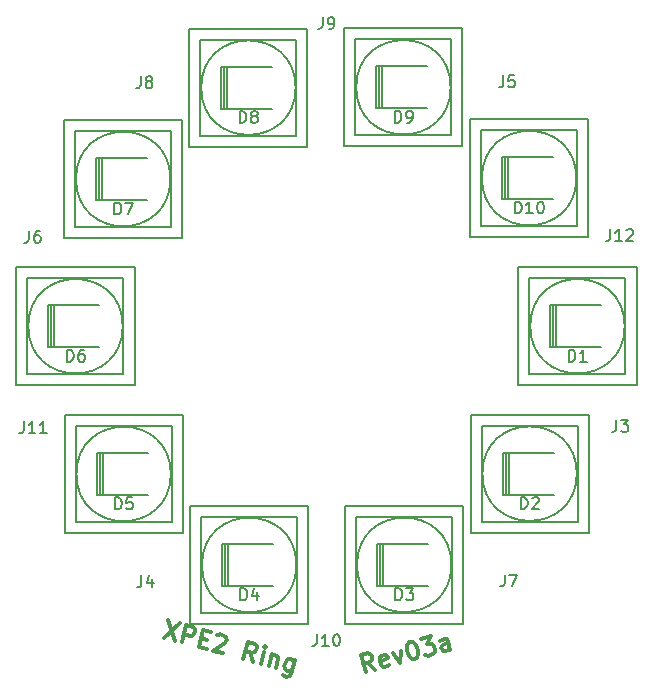
<source format=gbr>
G04 #@! TF.GenerationSoftware,KiCad,Pcbnew,(5.0.2)-1*
G04 #@! TF.CreationDate,2020-03-10T14:07:47-07:00*
G04 #@! TF.ProjectId,ring_illuminator,72696e67-5f69-46c6-9c75-6d696e61746f,rev?*
G04 #@! TF.SameCoordinates,Original*
G04 #@! TF.FileFunction,Legend,Top*
G04 #@! TF.FilePolarity,Positive*
%FSLAX46Y46*%
G04 Gerber Fmt 4.6, Leading zero omitted, Abs format (unit mm)*
G04 Created by KiCad (PCBNEW (5.0.2)-1) date 3/10/2020 2:07:47 PM*
%MOMM*%
%LPD*%
G01*
G04 APERTURE LIST*
%ADD10C,0.300000*%
%ADD11C,0.150000*%
G04 APERTURE END LIST*
D10*
X4146839Y-29080932D02*
X3479005Y-28520395D01*
X3318902Y-29302777D02*
X2930674Y-27853888D01*
X3482631Y-27705992D01*
X3639108Y-27738012D01*
X3726590Y-27788520D01*
X3832558Y-27908022D01*
X3888020Y-28115006D01*
X3855999Y-28271483D01*
X3805491Y-28358965D01*
X3685989Y-28464933D01*
X3134031Y-28612830D01*
X5301261Y-28697657D02*
X5181759Y-28803626D01*
X4905780Y-28877574D01*
X4749304Y-28845554D01*
X4643335Y-28726051D01*
X4495438Y-28174094D01*
X4527459Y-28017617D01*
X4646961Y-27911649D01*
X4922940Y-27837700D01*
X5079417Y-27869721D01*
X5185385Y-27989223D01*
X5222360Y-28127212D01*
X4569387Y-28450073D01*
X5612887Y-27652829D02*
X6216680Y-28526320D01*
X6302834Y-27467959D01*
X7001361Y-26763151D02*
X7139350Y-26726177D01*
X7295827Y-26758197D01*
X7383309Y-26808705D01*
X7489278Y-26928207D01*
X7632221Y-27185699D01*
X7724656Y-27530673D01*
X7729610Y-27825138D01*
X7697589Y-27981615D01*
X7647081Y-28069097D01*
X7527579Y-28175065D01*
X7389590Y-28212040D01*
X7233113Y-28180019D01*
X7145631Y-28129511D01*
X7039663Y-28010009D01*
X6896720Y-27752517D01*
X6804284Y-27407544D01*
X6799331Y-27113078D01*
X6831351Y-26956602D01*
X6881859Y-26869120D01*
X7001361Y-26763151D01*
X7967287Y-26504332D02*
X8864218Y-26264000D01*
X8529152Y-26945367D01*
X8736136Y-26889906D01*
X8892612Y-26921926D01*
X8980094Y-26972434D01*
X9086063Y-27091936D01*
X9178498Y-27436910D01*
X9146478Y-27593386D01*
X9095970Y-27680868D01*
X8976468Y-27786837D01*
X8562500Y-27897759D01*
X8406023Y-27865739D01*
X8318541Y-27815231D01*
X10494351Y-27380121D02*
X10290993Y-26621180D01*
X10185025Y-26501677D01*
X10028548Y-26469657D01*
X9752569Y-26543605D01*
X9633067Y-26649574D01*
X10475864Y-27311127D02*
X10356362Y-27417095D01*
X10011388Y-27509531D01*
X9854912Y-27477510D01*
X9748943Y-27358008D01*
X9711969Y-27220019D01*
X9743989Y-27063542D01*
X9863492Y-26957573D01*
X10208465Y-26865138D01*
X10327968Y-26759169D01*
X-13400477Y-24914838D02*
X-12822780Y-26622546D01*
X-12434551Y-25173657D02*
X-13788706Y-26363727D01*
X-12270822Y-26770442D02*
X-11882593Y-25321554D01*
X-11330636Y-25469450D01*
X-11211134Y-25575419D01*
X-11160626Y-25662901D01*
X-11128605Y-25819377D01*
X-11184067Y-26026361D01*
X-11290035Y-26145864D01*
X-11377517Y-26196371D01*
X-11533994Y-26228392D01*
X-12085951Y-26080495D01*
X-10618576Y-26399729D02*
X-10135613Y-26529139D01*
X-10131986Y-27343542D02*
X-10821933Y-27158671D01*
X-10433705Y-25709782D01*
X-9743758Y-25894653D01*
X-9228774Y-26180539D02*
X-9141292Y-26130031D01*
X-8984816Y-26098011D01*
X-8639843Y-26190446D01*
X-8520340Y-26296415D01*
X-8469833Y-26383897D01*
X-8437812Y-26540373D01*
X-8474786Y-26678363D01*
X-8599242Y-26866860D01*
X-9649023Y-27472951D01*
X-8752092Y-27713283D01*
X-6199288Y-28397305D02*
X-6497380Y-27577948D01*
X-7027225Y-28175460D02*
X-6638996Y-26726571D01*
X-6087039Y-26874468D01*
X-5967536Y-26980437D01*
X-5917029Y-27067919D01*
X-5885008Y-27224395D01*
X-5940469Y-27431379D01*
X-6046438Y-27550881D01*
X-6133920Y-27601389D01*
X-6290396Y-27633410D01*
X-6842354Y-27485513D01*
X-5578336Y-28563689D02*
X-5319517Y-27597763D01*
X-5190107Y-27114800D02*
X-5277589Y-27165308D01*
X-5227082Y-27252789D01*
X-5139600Y-27202282D01*
X-5190107Y-27114800D01*
X-5227082Y-27252789D01*
X-4629570Y-27782634D02*
X-4888389Y-28748559D01*
X-4666544Y-27920623D02*
X-4579062Y-27870115D01*
X-4422586Y-27838095D01*
X-4215602Y-27893556D01*
X-4096099Y-27999525D01*
X-4064079Y-28156001D01*
X-4267437Y-28914943D01*
X-2697718Y-28300272D02*
X-3011999Y-29473182D01*
X-3117967Y-29592684D01*
X-3205449Y-29643192D01*
X-3361926Y-29675212D01*
X-3568910Y-29619751D01*
X-3688412Y-29513782D01*
X-2938050Y-29197203D02*
X-3094527Y-29229223D01*
X-3370506Y-29155275D01*
X-3490008Y-29049306D01*
X-3540515Y-28961824D01*
X-3572536Y-28805348D01*
X-3461614Y-28391380D01*
X-3355645Y-28271877D01*
X-3268163Y-28221370D01*
X-3111686Y-28189349D01*
X-2835708Y-28263297D01*
X-2716205Y-28369266D01*
D11*
G04 #@! TO.C,D4*
X-1547000Y-15216000D02*
X-1547000Y-25216000D01*
X-11547000Y-25216000D02*
X-11547000Y-15216000D01*
X-11547000Y-25216000D02*
X-1547000Y-25216000D01*
X-11547000Y-15216000D02*
X-1547000Y-15216000D01*
X-10611000Y-24280000D02*
X-10611000Y-16152000D01*
X-2483000Y-24280000D02*
X-10611000Y-24280000D01*
X-2483000Y-16152000D02*
X-2483000Y-24280000D01*
X-10611000Y-16152000D02*
X-2483000Y-16152000D01*
X-2547000Y-20216000D02*
G75*
G03X-2547000Y-20216000I-4000000J0D01*
G01*
X-8579000Y-21994000D02*
X-8579000Y-18438000D01*
X-8833000Y-21994000D02*
X-8325000Y-21994000D01*
X-8833000Y-18438000D02*
X-8833000Y-21994000D01*
X-8325000Y-18438000D02*
X-8833000Y-18438000D01*
X-8325000Y-18438000D02*
X-8325000Y-21994000D01*
X-4515000Y-21994000D02*
X-8325000Y-21994000D01*
X-8325000Y-18438000D02*
X-4515000Y-18438000D01*
G04 #@! TO.C,D9*
X11515000Y25227000D02*
X11515000Y15227000D01*
X1515000Y15227000D02*
X1515000Y25227000D01*
X1515000Y15227000D02*
X11515000Y15227000D01*
X1515000Y25227000D02*
X11515000Y25227000D01*
X2451000Y16163000D02*
X2451000Y24291000D01*
X10579000Y16163000D02*
X2451000Y16163000D01*
X10579000Y24291000D02*
X10579000Y16163000D01*
X2451000Y24291000D02*
X10579000Y24291000D01*
X10515000Y20227000D02*
G75*
G03X10515000Y20227000I-4000000J0D01*
G01*
X4483000Y18449000D02*
X4483000Y22005000D01*
X4229000Y18449000D02*
X4737000Y18449000D01*
X4229000Y22005000D02*
X4229000Y18449000D01*
X4737000Y22005000D02*
X4229000Y22005000D01*
X4737000Y22005000D02*
X4737000Y18449000D01*
X8547000Y18449000D02*
X4737000Y18449000D01*
X4737000Y22005000D02*
X8547000Y22005000D01*
G04 #@! TO.C,D8*
X-1612000Y25195000D02*
X-1612000Y15195000D01*
X-11612000Y15195000D02*
X-11612000Y25195000D01*
X-11612000Y15195000D02*
X-1612000Y15195000D01*
X-11612000Y25195000D02*
X-1612000Y25195000D01*
X-10676000Y16131000D02*
X-10676000Y24259000D01*
X-2548000Y16131000D02*
X-10676000Y16131000D01*
X-2548000Y24259000D02*
X-2548000Y16131000D01*
X-10676000Y24259000D02*
X-2548000Y24259000D01*
X-2612000Y20195000D02*
G75*
G03X-2612000Y20195000I-4000000J0D01*
G01*
X-8644000Y18417000D02*
X-8644000Y21973000D01*
X-8898000Y18417000D02*
X-8390000Y18417000D01*
X-8898000Y21973000D02*
X-8898000Y18417000D01*
X-8390000Y21973000D02*
X-8898000Y21973000D01*
X-8390000Y21973000D02*
X-8390000Y18417000D01*
X-4580000Y18417000D02*
X-8390000Y18417000D01*
X-8390000Y21973000D02*
X-4580000Y21973000D01*
G04 #@! TO.C,D3*
X11579000Y-15206000D02*
X11579000Y-25206000D01*
X1579000Y-25206000D02*
X1579000Y-15206000D01*
X1579000Y-25206000D02*
X11579000Y-25206000D01*
X1579000Y-15206000D02*
X11579000Y-15206000D01*
X2515000Y-24270000D02*
X2515000Y-16142000D01*
X10643000Y-24270000D02*
X2515000Y-24270000D01*
X10643000Y-16142000D02*
X10643000Y-24270000D01*
X2515000Y-16142000D02*
X10643000Y-16142000D01*
X10579000Y-20206000D02*
G75*
G03X10579000Y-20206000I-4000000J0D01*
G01*
X4547000Y-21984000D02*
X4547000Y-18428000D01*
X4293000Y-21984000D02*
X4801000Y-21984000D01*
X4293000Y-18428000D02*
X4293000Y-21984000D01*
X4801000Y-18428000D02*
X4293000Y-18428000D01*
X4801000Y-18428000D02*
X4801000Y-21984000D01*
X8611000Y-21984000D02*
X4801000Y-21984000D01*
X4801000Y-18428000D02*
X8611000Y-18428000D01*
G04 #@! TO.C,D2*
X22196000Y-7485000D02*
X22196000Y-17485000D01*
X12196000Y-17485000D02*
X12196000Y-7485000D01*
X12196000Y-17485000D02*
X22196000Y-17485000D01*
X12196000Y-7485000D02*
X22196000Y-7485000D01*
X13132000Y-16549000D02*
X13132000Y-8421000D01*
X21260000Y-16549000D02*
X13132000Y-16549000D01*
X21260000Y-8421000D02*
X21260000Y-16549000D01*
X13132000Y-8421000D02*
X21260000Y-8421000D01*
X21196000Y-12485000D02*
G75*
G03X21196000Y-12485000I-4000000J0D01*
G01*
X15164000Y-14263000D02*
X15164000Y-10707000D01*
X14910000Y-14263000D02*
X15418000Y-14263000D01*
X14910000Y-10707000D02*
X14910000Y-14263000D01*
X15418000Y-10707000D02*
X14910000Y-10707000D01*
X15418000Y-10707000D02*
X15418000Y-14263000D01*
X19228000Y-14263000D02*
X15418000Y-14263000D01*
X15418000Y-10707000D02*
X19228000Y-10707000D01*
G04 #@! TO.C,D1*
X26250000Y5000000D02*
X26250000Y-5000000D01*
X16250000Y-5000000D02*
X16250000Y5000000D01*
X16250000Y-5000000D02*
X26250000Y-5000000D01*
X16250000Y5000000D02*
X26250000Y5000000D01*
X17186000Y-4064000D02*
X17186000Y4064000D01*
X25314000Y-4064000D02*
X17186000Y-4064000D01*
X25314000Y4064000D02*
X25314000Y-4064000D01*
X17186000Y4064000D02*
X25314000Y4064000D01*
X25250000Y0D02*
G75*
G03X25250000Y0I-4000000J0D01*
G01*
X19218000Y-1778000D02*
X19218000Y1778000D01*
X18964000Y-1778000D02*
X19472000Y-1778000D01*
X18964000Y1778000D02*
X18964000Y-1778000D01*
X19472000Y1778000D02*
X18964000Y1778000D01*
X19472000Y1778000D02*
X19472000Y-1778000D01*
X23282000Y-1778000D02*
X19472000Y-1778000D01*
X19472000Y1778000D02*
X23282000Y1778000D01*
G04 #@! TO.C,D5*
X-12176000Y-7512000D02*
X-12176000Y-17512000D01*
X-22176000Y-17512000D02*
X-22176000Y-7512000D01*
X-22176000Y-17512000D02*
X-12176000Y-17512000D01*
X-22176000Y-7512000D02*
X-12176000Y-7512000D01*
X-21240000Y-16576000D02*
X-21240000Y-8448000D01*
X-13112000Y-16576000D02*
X-21240000Y-16576000D01*
X-13112000Y-8448000D02*
X-13112000Y-16576000D01*
X-21240000Y-8448000D02*
X-13112000Y-8448000D01*
X-13176000Y-12512000D02*
G75*
G03X-13176000Y-12512000I-4000000J0D01*
G01*
X-19208000Y-14290000D02*
X-19208000Y-10734000D01*
X-19462000Y-14290000D02*
X-18954000Y-14290000D01*
X-19462000Y-10734000D02*
X-19462000Y-14290000D01*
X-18954000Y-10734000D02*
X-19462000Y-10734000D01*
X-18954000Y-10734000D02*
X-18954000Y-14290000D01*
X-15144000Y-14290000D02*
X-18954000Y-14290000D01*
X-18954000Y-10734000D02*
X-15144000Y-10734000D01*
G04 #@! TO.C,D6*
X-16250000Y5000000D02*
X-16250000Y-5000000D01*
X-26250000Y-5000000D02*
X-26250000Y5000000D01*
X-26250000Y-5000000D02*
X-16250000Y-5000000D01*
X-26250000Y5000000D02*
X-16250000Y5000000D01*
X-25314000Y-4064000D02*
X-25314000Y4064000D01*
X-17186000Y-4064000D02*
X-25314000Y-4064000D01*
X-17186000Y4064000D02*
X-17186000Y-4064000D01*
X-25314000Y4064000D02*
X-17186000Y4064000D01*
X-17250000Y0D02*
G75*
G03X-17250000Y0I-4000000J0D01*
G01*
X-23282000Y-1778000D02*
X-23282000Y1778000D01*
X-23536000Y-1778000D02*
X-23028000Y-1778000D01*
X-23536000Y1778000D02*
X-23536000Y-1778000D01*
X-23028000Y1778000D02*
X-23536000Y1778000D01*
X-23028000Y1778000D02*
X-23028000Y-1778000D01*
X-19218000Y-1778000D02*
X-23028000Y-1778000D01*
X-23028000Y1778000D02*
X-19218000Y1778000D01*
G04 #@! TO.C,D7*
X-12216000Y17458000D02*
X-12216000Y7458000D01*
X-22216000Y7458000D02*
X-22216000Y17458000D01*
X-22216000Y7458000D02*
X-12216000Y7458000D01*
X-22216000Y17458000D02*
X-12216000Y17458000D01*
X-21280000Y8394000D02*
X-21280000Y16522000D01*
X-13152000Y8394000D02*
X-21280000Y8394000D01*
X-13152000Y16522000D02*
X-13152000Y8394000D01*
X-21280000Y16522000D02*
X-13152000Y16522000D01*
X-13216000Y12458000D02*
G75*
G03X-13216000Y12458000I-4000000J0D01*
G01*
X-19248000Y10680000D02*
X-19248000Y14236000D01*
X-19502000Y10680000D02*
X-18994000Y10680000D01*
X-19502000Y14236000D02*
X-19502000Y10680000D01*
X-18994000Y14236000D02*
X-19502000Y14236000D01*
X-18994000Y14236000D02*
X-18994000Y10680000D01*
X-15184000Y10680000D02*
X-18994000Y10680000D01*
X-18994000Y14236000D02*
X-15184000Y14236000D01*
G04 #@! TO.C,D10*
X22156000Y17540000D02*
X22156000Y7540000D01*
X12156000Y7540000D02*
X12156000Y17540000D01*
X12156000Y7540000D02*
X22156000Y7540000D01*
X12156000Y17540000D02*
X22156000Y17540000D01*
X13092000Y8476000D02*
X13092000Y16604000D01*
X21220000Y8476000D02*
X13092000Y8476000D01*
X21220000Y16604000D02*
X21220000Y8476000D01*
X13092000Y16604000D02*
X21220000Y16604000D01*
X21156000Y12540000D02*
G75*
G03X21156000Y12540000I-4000000J0D01*
G01*
X15124000Y10762000D02*
X15124000Y14318000D01*
X14870000Y10762000D02*
X15378000Y10762000D01*
X14870000Y14318000D02*
X14870000Y10762000D01*
X15378000Y14318000D02*
X14870000Y14318000D01*
X15378000Y14318000D02*
X15378000Y10762000D01*
X19188000Y10762000D02*
X15378000Y10762000D01*
X15378000Y14318000D02*
X19188000Y14318000D01*
G04 #@! TO.C,D4*
X-7285095Y-23208380D02*
X-7285095Y-22208380D01*
X-7047000Y-22208380D01*
X-6904142Y-22256000D01*
X-6808904Y-22351238D01*
X-6761285Y-22446476D01*
X-6713666Y-22636952D01*
X-6713666Y-22779809D01*
X-6761285Y-22970285D01*
X-6808904Y-23065523D01*
X-6904142Y-23160761D01*
X-7047000Y-23208380D01*
X-7285095Y-23208380D01*
X-5856523Y-22541714D02*
X-5856523Y-23208380D01*
X-6094619Y-22160761D02*
X-6332714Y-22875047D01*
X-5713666Y-22875047D01*
G04 #@! TO.C,D9*
X5776904Y17234619D02*
X5776904Y18234619D01*
X6015000Y18234619D01*
X6157857Y18187000D01*
X6253095Y18091761D01*
X6300714Y17996523D01*
X6348333Y17806047D01*
X6348333Y17663190D01*
X6300714Y17472714D01*
X6253095Y17377476D01*
X6157857Y17282238D01*
X6015000Y17234619D01*
X5776904Y17234619D01*
X6824523Y17234619D02*
X7015000Y17234619D01*
X7110238Y17282238D01*
X7157857Y17329857D01*
X7253095Y17472714D01*
X7300714Y17663190D01*
X7300714Y18044142D01*
X7253095Y18139380D01*
X7205476Y18187000D01*
X7110238Y18234619D01*
X6919761Y18234619D01*
X6824523Y18187000D01*
X6776904Y18139380D01*
X6729285Y18044142D01*
X6729285Y17806047D01*
X6776904Y17710809D01*
X6824523Y17663190D01*
X6919761Y17615571D01*
X7110238Y17615571D01*
X7205476Y17663190D01*
X7253095Y17710809D01*
X7300714Y17806047D01*
G04 #@! TO.C,D8*
X-7350095Y17202619D02*
X-7350095Y18202619D01*
X-7112000Y18202619D01*
X-6969142Y18155000D01*
X-6873904Y18059761D01*
X-6826285Y17964523D01*
X-6778666Y17774047D01*
X-6778666Y17631190D01*
X-6826285Y17440714D01*
X-6873904Y17345476D01*
X-6969142Y17250238D01*
X-7112000Y17202619D01*
X-7350095Y17202619D01*
X-6207238Y17774047D02*
X-6302476Y17821666D01*
X-6350095Y17869285D01*
X-6397714Y17964523D01*
X-6397714Y18012142D01*
X-6350095Y18107380D01*
X-6302476Y18155000D01*
X-6207238Y18202619D01*
X-6016761Y18202619D01*
X-5921523Y18155000D01*
X-5873904Y18107380D01*
X-5826285Y18012142D01*
X-5826285Y17964523D01*
X-5873904Y17869285D01*
X-5921523Y17821666D01*
X-6016761Y17774047D01*
X-6207238Y17774047D01*
X-6302476Y17726428D01*
X-6350095Y17678809D01*
X-6397714Y17583571D01*
X-6397714Y17393095D01*
X-6350095Y17297857D01*
X-6302476Y17250238D01*
X-6207238Y17202619D01*
X-6016761Y17202619D01*
X-5921523Y17250238D01*
X-5873904Y17297857D01*
X-5826285Y17393095D01*
X-5826285Y17583571D01*
X-5873904Y17678809D01*
X-5921523Y17726428D01*
X-6016761Y17774047D01*
G04 #@! TO.C,D3*
X5840904Y-23198380D02*
X5840904Y-22198380D01*
X6079000Y-22198380D01*
X6221857Y-22246000D01*
X6317095Y-22341238D01*
X6364714Y-22436476D01*
X6412333Y-22626952D01*
X6412333Y-22769809D01*
X6364714Y-22960285D01*
X6317095Y-23055523D01*
X6221857Y-23150761D01*
X6079000Y-23198380D01*
X5840904Y-23198380D01*
X6745666Y-22198380D02*
X7364714Y-22198380D01*
X7031380Y-22579333D01*
X7174238Y-22579333D01*
X7269476Y-22626952D01*
X7317095Y-22674571D01*
X7364714Y-22769809D01*
X7364714Y-23007904D01*
X7317095Y-23103142D01*
X7269476Y-23150761D01*
X7174238Y-23198380D01*
X6888523Y-23198380D01*
X6793285Y-23150761D01*
X6745666Y-23103142D01*
G04 #@! TO.C,D2*
X16457904Y-15477380D02*
X16457904Y-14477380D01*
X16696000Y-14477380D01*
X16838857Y-14525000D01*
X16934095Y-14620238D01*
X16981714Y-14715476D01*
X17029333Y-14905952D01*
X17029333Y-15048809D01*
X16981714Y-15239285D01*
X16934095Y-15334523D01*
X16838857Y-15429761D01*
X16696000Y-15477380D01*
X16457904Y-15477380D01*
X17410285Y-14572619D02*
X17457904Y-14525000D01*
X17553142Y-14477380D01*
X17791238Y-14477380D01*
X17886476Y-14525000D01*
X17934095Y-14572619D01*
X17981714Y-14667857D01*
X17981714Y-14763095D01*
X17934095Y-14905952D01*
X17362666Y-15477380D01*
X17981714Y-15477380D01*
G04 #@! TO.C,D1*
X20511904Y-2992380D02*
X20511904Y-1992380D01*
X20750000Y-1992380D01*
X20892857Y-2040000D01*
X20988095Y-2135238D01*
X21035714Y-2230476D01*
X21083333Y-2420952D01*
X21083333Y-2563809D01*
X21035714Y-2754285D01*
X20988095Y-2849523D01*
X20892857Y-2944761D01*
X20750000Y-2992380D01*
X20511904Y-2992380D01*
X22035714Y-2992380D02*
X21464285Y-2992380D01*
X21750000Y-2992380D02*
X21750000Y-1992380D01*
X21654761Y-2135238D01*
X21559523Y-2230476D01*
X21464285Y-2278095D01*
G04 #@! TO.C,D5*
X-17914095Y-15504380D02*
X-17914095Y-14504380D01*
X-17676000Y-14504380D01*
X-17533142Y-14552000D01*
X-17437904Y-14647238D01*
X-17390285Y-14742476D01*
X-17342666Y-14932952D01*
X-17342666Y-15075809D01*
X-17390285Y-15266285D01*
X-17437904Y-15361523D01*
X-17533142Y-15456761D01*
X-17676000Y-15504380D01*
X-17914095Y-15504380D01*
X-16437904Y-14504380D02*
X-16914095Y-14504380D01*
X-16961714Y-14980571D01*
X-16914095Y-14932952D01*
X-16818857Y-14885333D01*
X-16580761Y-14885333D01*
X-16485523Y-14932952D01*
X-16437904Y-14980571D01*
X-16390285Y-15075809D01*
X-16390285Y-15313904D01*
X-16437904Y-15409142D01*
X-16485523Y-15456761D01*
X-16580761Y-15504380D01*
X-16818857Y-15504380D01*
X-16914095Y-15456761D01*
X-16961714Y-15409142D01*
G04 #@! TO.C,D6*
X-21988095Y-2992380D02*
X-21988095Y-1992380D01*
X-21750000Y-1992380D01*
X-21607142Y-2040000D01*
X-21511904Y-2135238D01*
X-21464285Y-2230476D01*
X-21416666Y-2420952D01*
X-21416666Y-2563809D01*
X-21464285Y-2754285D01*
X-21511904Y-2849523D01*
X-21607142Y-2944761D01*
X-21750000Y-2992380D01*
X-21988095Y-2992380D01*
X-20559523Y-1992380D02*
X-20750000Y-1992380D01*
X-20845238Y-2040000D01*
X-20892857Y-2087619D01*
X-20988095Y-2230476D01*
X-21035714Y-2420952D01*
X-21035714Y-2801904D01*
X-20988095Y-2897142D01*
X-20940476Y-2944761D01*
X-20845238Y-2992380D01*
X-20654761Y-2992380D01*
X-20559523Y-2944761D01*
X-20511904Y-2897142D01*
X-20464285Y-2801904D01*
X-20464285Y-2563809D01*
X-20511904Y-2468571D01*
X-20559523Y-2420952D01*
X-20654761Y-2373333D01*
X-20845238Y-2373333D01*
X-20940476Y-2420952D01*
X-20988095Y-2468571D01*
X-21035714Y-2563809D01*
G04 #@! TO.C,D7*
X-17954095Y9465619D02*
X-17954095Y10465619D01*
X-17716000Y10465619D01*
X-17573142Y10418000D01*
X-17477904Y10322761D01*
X-17430285Y10227523D01*
X-17382666Y10037047D01*
X-17382666Y9894190D01*
X-17430285Y9703714D01*
X-17477904Y9608476D01*
X-17573142Y9513238D01*
X-17716000Y9465619D01*
X-17954095Y9465619D01*
X-17049333Y10465619D02*
X-16382666Y10465619D01*
X-16811238Y9465619D01*
G04 #@! TO.C,D10*
X15941714Y9547619D02*
X15941714Y10547619D01*
X16179809Y10547619D01*
X16322666Y10500000D01*
X16417904Y10404761D01*
X16465523Y10309523D01*
X16513142Y10119047D01*
X16513142Y9976190D01*
X16465523Y9785714D01*
X16417904Y9690476D01*
X16322666Y9595238D01*
X16179809Y9547619D01*
X15941714Y9547619D01*
X17465523Y9547619D02*
X16894095Y9547619D01*
X17179809Y9547619D02*
X17179809Y10547619D01*
X17084571Y10404761D01*
X16989333Y10309523D01*
X16894095Y10261904D01*
X18084571Y10547619D02*
X18179809Y10547619D01*
X18275047Y10500000D01*
X18322666Y10452380D01*
X18370285Y10357142D01*
X18417904Y10166666D01*
X18417904Y9928571D01*
X18370285Y9738095D01*
X18322666Y9642857D01*
X18275047Y9595238D01*
X18179809Y9547619D01*
X18084571Y9547619D01*
X17989333Y9595238D01*
X17941714Y9642857D01*
X17894095Y9738095D01*
X17846476Y9928571D01*
X17846476Y10166666D01*
X17894095Y10357142D01*
X17941714Y10452380D01*
X17989333Y10500000D01*
X18084571Y10547619D01*
G04 #@! TO.C,J11*
X-25644523Y-8061380D02*
X-25644523Y-8775666D01*
X-25692142Y-8918523D01*
X-25787380Y-9013761D01*
X-25930238Y-9061380D01*
X-26025476Y-9061380D01*
X-24644523Y-9061380D02*
X-25215952Y-9061380D01*
X-24930238Y-9061380D02*
X-24930238Y-8061380D01*
X-25025476Y-8204238D01*
X-25120714Y-8299476D01*
X-25215952Y-8347095D01*
X-23692142Y-9061380D02*
X-24263571Y-9061380D01*
X-23977857Y-9061380D02*
X-23977857Y-8061380D01*
X-24073095Y-8204238D01*
X-24168333Y-8299476D01*
X-24263571Y-8347095D01*
G04 #@! TO.C,J10*
X-809523Y-26077380D02*
X-809523Y-26791666D01*
X-857142Y-26934523D01*
X-952380Y-27029761D01*
X-1095238Y-27077380D01*
X-1190476Y-27077380D01*
X190476Y-27077380D02*
X-380952Y-27077380D01*
X-95238Y-27077380D02*
X-95238Y-26077380D01*
X-190476Y-26220238D01*
X-285714Y-26315476D01*
X-380952Y-26363095D01*
X809523Y-26077380D02*
X904761Y-26077380D01*
X999999Y-26125000D01*
X1047619Y-26172619D01*
X1095238Y-26267857D01*
X1142857Y-26458333D01*
X1142857Y-26696428D01*
X1095238Y-26886904D01*
X1047619Y-26982142D01*
X999999Y-27029761D01*
X904761Y-27077380D01*
X809523Y-27077380D01*
X714285Y-27029761D01*
X666666Y-26982142D01*
X619047Y-26886904D01*
X571428Y-26696428D01*
X571428Y-26458333D01*
X619047Y-26267857D01*
X666666Y-26172619D01*
X714285Y-26125000D01*
X809523Y-26077380D01*
G04 #@! TO.C,J9*
X-333333Y26172619D02*
X-333333Y25458333D01*
X-380952Y25315476D01*
X-476190Y25220238D01*
X-619047Y25172619D01*
X-714285Y25172619D01*
X190476Y25172619D02*
X380952Y25172619D01*
X476190Y25220238D01*
X523809Y25267857D01*
X619047Y25410714D01*
X666666Y25601190D01*
X666666Y25982142D01*
X619047Y26077380D01*
X571428Y26125000D01*
X476190Y26172619D01*
X285714Y26172619D01*
X190476Y26125000D01*
X142857Y26077380D01*
X95238Y25982142D01*
X95238Y25744047D01*
X142857Y25648809D01*
X190476Y25601190D01*
X285714Y25553571D01*
X476190Y25553571D01*
X571428Y25601190D01*
X619047Y25648809D01*
X666666Y25744047D01*
G04 #@! TO.C,J8*
X-15733333Y21151619D02*
X-15733333Y20437333D01*
X-15780952Y20294476D01*
X-15876190Y20199238D01*
X-16019047Y20151619D01*
X-16114285Y20151619D01*
X-15114285Y20723047D02*
X-15209523Y20770666D01*
X-15257142Y20818285D01*
X-15304761Y20913523D01*
X-15304761Y20961142D01*
X-15257142Y21056380D01*
X-15209523Y21104000D01*
X-15114285Y21151619D01*
X-14923809Y21151619D01*
X-14828571Y21104000D01*
X-14780952Y21056380D01*
X-14733333Y20961142D01*
X-14733333Y20913523D01*
X-14780952Y20818285D01*
X-14828571Y20770666D01*
X-14923809Y20723047D01*
X-15114285Y20723047D01*
X-15209523Y20675428D01*
X-15257142Y20627809D01*
X-15304761Y20532571D01*
X-15304761Y20342095D01*
X-15257142Y20246857D01*
X-15209523Y20199238D01*
X-15114285Y20151619D01*
X-14923809Y20151619D01*
X-14828571Y20199238D01*
X-14780952Y20246857D01*
X-14733333Y20342095D01*
X-14733333Y20532571D01*
X-14780952Y20627809D01*
X-14828571Y20675428D01*
X-14923809Y20723047D01*
G04 #@! TO.C,J7*
X15099666Y-21031380D02*
X15099666Y-21745666D01*
X15052047Y-21888523D01*
X14956809Y-21983761D01*
X14813952Y-22031380D01*
X14718714Y-22031380D01*
X15480619Y-21031380D02*
X16147285Y-21031380D01*
X15718714Y-22031380D01*
G04 #@! TO.C,J6*
X-25193833Y8077119D02*
X-25193833Y7362833D01*
X-25241452Y7219976D01*
X-25336690Y7124738D01*
X-25479547Y7077119D01*
X-25574785Y7077119D01*
X-24289071Y8077119D02*
X-24479547Y8077119D01*
X-24574785Y8029500D01*
X-24622404Y7981880D01*
X-24717642Y7839023D01*
X-24765261Y7648547D01*
X-24765261Y7267595D01*
X-24717642Y7172357D01*
X-24670023Y7124738D01*
X-24574785Y7077119D01*
X-24384309Y7077119D01*
X-24289071Y7124738D01*
X-24241452Y7172357D01*
X-24193833Y7267595D01*
X-24193833Y7505690D01*
X-24241452Y7600928D01*
X-24289071Y7648547D01*
X-24384309Y7696166D01*
X-24574785Y7696166D01*
X-24670023Y7648547D01*
X-24717642Y7600928D01*
X-24765261Y7505690D01*
G04 #@! TO.C,J5*
X14965666Y21224619D02*
X14965666Y20510333D01*
X14918047Y20367476D01*
X14822809Y20272238D01*
X14679952Y20224619D01*
X14584714Y20224619D01*
X15918047Y21224619D02*
X15441857Y21224619D01*
X15394238Y20748428D01*
X15441857Y20796047D01*
X15537095Y20843666D01*
X15775190Y20843666D01*
X15870428Y20796047D01*
X15918047Y20748428D01*
X15965666Y20653190D01*
X15965666Y20415095D01*
X15918047Y20319857D01*
X15870428Y20272238D01*
X15775190Y20224619D01*
X15537095Y20224619D01*
X15441857Y20272238D01*
X15394238Y20319857D01*
G04 #@! TO.C,J4*
X-15665333Y-21105380D02*
X-15665333Y-21819666D01*
X-15712952Y-21962523D01*
X-15808190Y-22057761D01*
X-15951047Y-22105380D01*
X-16046285Y-22105380D01*
X-14760571Y-21438714D02*
X-14760571Y-22105380D01*
X-14998666Y-21057761D02*
X-15236761Y-21772047D01*
X-14617714Y-21772047D01*
G04 #@! TO.C,J3*
X24539666Y-7942380D02*
X24539666Y-8656666D01*
X24492047Y-8799523D01*
X24396809Y-8894761D01*
X24253952Y-8942380D01*
X24158714Y-8942380D01*
X24920619Y-7942380D02*
X25539666Y-7942380D01*
X25206333Y-8323333D01*
X25349190Y-8323333D01*
X25444428Y-8370952D01*
X25492047Y-8418571D01*
X25539666Y-8513809D01*
X25539666Y-8751904D01*
X25492047Y-8847142D01*
X25444428Y-8894761D01*
X25349190Y-8942380D01*
X25063476Y-8942380D01*
X24968238Y-8894761D01*
X24920619Y-8847142D01*
G04 #@! TO.C,J12*
X24011476Y8195619D02*
X24011476Y7481333D01*
X23963857Y7338476D01*
X23868619Y7243238D01*
X23725761Y7195619D01*
X23630523Y7195619D01*
X25011476Y7195619D02*
X24440047Y7195619D01*
X24725761Y7195619D02*
X24725761Y8195619D01*
X24630523Y8052761D01*
X24535285Y7957523D01*
X24440047Y7909904D01*
X25392428Y8100380D02*
X25440047Y8148000D01*
X25535285Y8195619D01*
X25773380Y8195619D01*
X25868619Y8148000D01*
X25916238Y8100380D01*
X25963857Y8005142D01*
X25963857Y7909904D01*
X25916238Y7767047D01*
X25344809Y7195619D01*
X25963857Y7195619D01*
G04 #@! TD*
M02*

</source>
